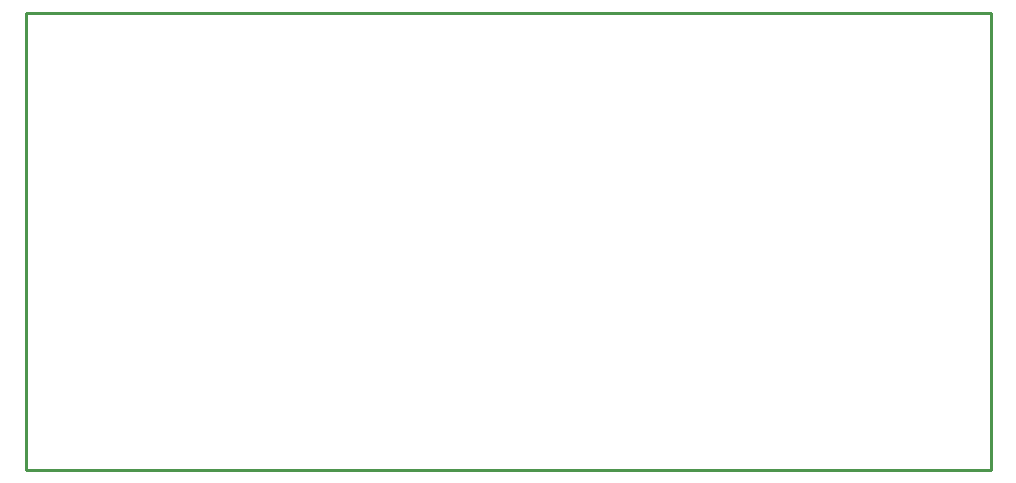
<source format=gm1>
G04*
G04 #@! TF.GenerationSoftware,Altium Limited,Altium Designer,22.0.2 (36)*
G04*
G04 Layer_Color=16711935*
%FSLAX25Y25*%
%MOIN*%
G70*
G04*
G04 #@! TF.SameCoordinates,04F3E7EA-1EC6-48BA-AAB6-D1FA50B40766*
G04*
G04*
G04 #@! TF.FilePolarity,Positive*
G04*
G01*
G75*
%ADD12C,0.01000*%
D12*
X197Y152362D02*
X321850D01*
X321850Y0D01*
X197D02*
X321850D01*
X197D02*
Y152362D01*
M02*

</source>
